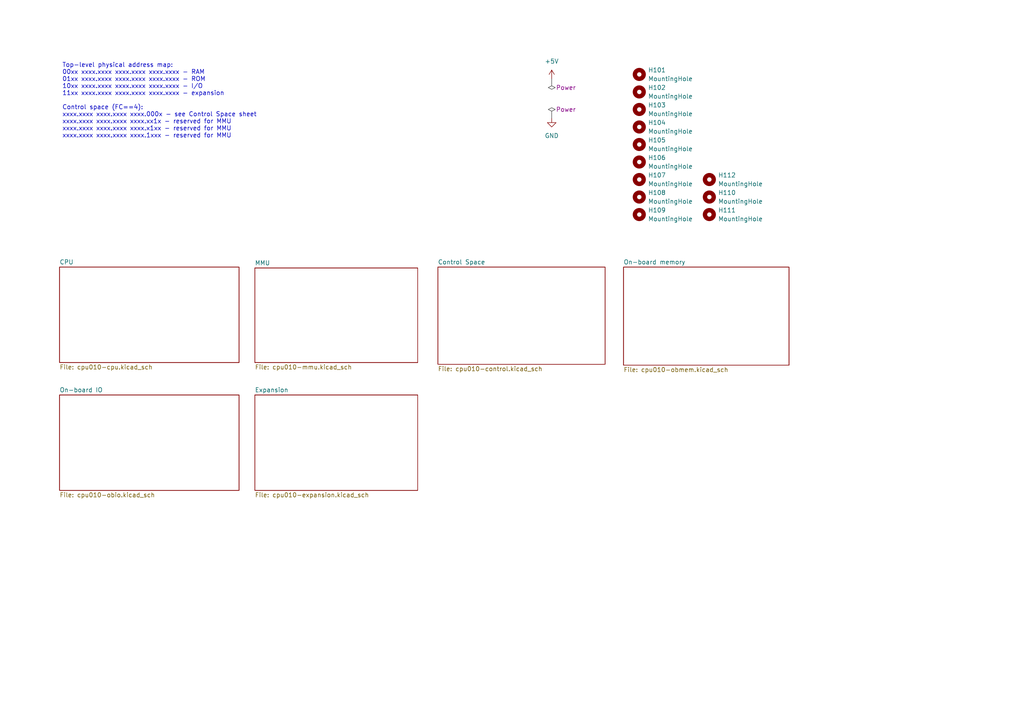
<source format=kicad_sch>
(kicad_sch (version 20250114) (generator "eeschema") (generator_version "9.0")
  (paper "A4")
  (lib_symbols
    (symbol "Mechanical:MountingHole" (pin_names (offset 1.016)) (in_bom no)
      (property "Reference" "H" (at 0 5.08 0))
      (property "Value" "MountingHole" (at 0 3.175 0))
      (symbol "MountingHole_0_1"
        (circle (center 0 0) (radius 1.27) (stroke (width 1.27)))
      )
    )
    (symbol "power:+5V" (power) (pin_numbers (hide yes)) (pin_names (offset 0) (hide yes))
      (property "Value" "+5V" (at 0 3.556 0))
      (symbol "+5V_0_1"
        (polyline (pts (xy -0.762 1.27) (xy 0 2.54)))
        (polyline (pts (xy 0 2.54) (xy 0.762 1.27)))
        (polyline (pts (xy 0 0) (xy 0 2.54)))
      )
      (symbol "+5V_1_1"
        (pin power_in line (at 0 0 90) (length 0) (name "~") (number "1"))
      )
    )
    (symbol "power:GND" (power) (pin_numbers (hide yes)) (pin_names (offset 0) (hide yes))
      (property "Value" "GND" (at 0 -3.81 0))
      (symbol "GND_0_1"
        (polyline (pts (xy 0 0) (xy 0 -1.27) (xy 1.27 -1.27) (xy 0 -2.54) (xy -1.27 -1.27) (xy 0 -1.27)))
      )
      (symbol "GND_1_1"
        (pin power_in line (at 0 0 270) (length 0) (name "~") (number "1"))
      )
    )
  )
  (text "Top-level physical address map:\n00xx xxxx.xxxx xxxx.xxxx xxxx.xxxx - RAM\n01xx xxxx.xxxx xxxx.xxxx xxxx.xxxx - ROM\n10xx xxxx.xxxx xxxx.xxxx xxxx.xxxx - I/O\n11xx xxxx.xxxx xxxx.xxxx xxxx.xxxx - expansion\n\nControl space (FC==4):\nxxxx.xxxx xxxx.xxxx xxxx.000x - see Control Space sheet\nxxxx.xxxx xxxx.xxxx xxxx.xx1x - reserved for MMU\nxxxx.xxxx xxxx.xxxx xxxx.x1xx - reserved for MMU\nxxxx.xxxx xxxx.xxxx xxxx.1xxx - reserved for MMU" (at 18.034 29.21 0) (effects (font (size 1.27 1.27)) (justify left)))
  (netclass_flag "" (length 2.54) (shape diamond) (at 160.02 34.29 0) (property "Netclass" "Power" (at 161.2265 31.75 0) (effects (justify left))))
  (netclass_flag "" (length 2.54) (shape diamond) (at 160.02 22.86 180) (property "Netclass" "Power" (at 161.2265 25.4 0) (effects (justify left))))
  (symbol (lib_id "Mechanical:MountingHole") (at 185.42 52.07 0) (unit 1) (in_bom no)
    (property "Reference" "H107" (at 187.96 50.7999 0) (effects (justify left)))
    (property "Value" "MountingHole" (at 187.96 53.3399 0) (effects (justify left)))
    (property "Footprint" "MountingHole:MountingHole_3.2mm_M3" (effects (hide yes)))
    (property "Description" "Mounting Hole without connection" (effects (hide yes)))
  )
  (symbol (lib_id "Mechanical:MountingHole") (at 185.42 31.75 0) (unit 1) (in_bom no)
    (property "Reference" "H103" (at 187.96 30.4799 0) (effects (justify left)))
    (property "Value" "MountingHole" (at 187.96 33.0199 0) (effects (justify left)))
    (property "Footprint" "MountingHole:MountingHole_3.2mm_M3" (effects (hide yes)))
    (property "Description" "Mounting Hole without connection" (effects (hide yes)))
  )
  (symbol (lib_id "Mechanical:MountingHole") (at 185.42 36.83 0) (unit 1) (in_bom no)
    (property "Reference" "H104" (at 187.96 35.5599 0) (effects (justify left)))
    (property "Value" "MountingHole" (at 187.96 38.0999 0) (effects (justify left)))
    (property "Footprint" "MountingHole:MountingHole_3.2mm_M3" (effects (hide yes)))
    (property "Description" "Mounting Hole without connection" (effects (hide yes)))
  )
  (symbol (lib_id "Mechanical:MountingHole") (at 205.74 52.07 0) (unit 1) (in_bom no)
    (property "Reference" "H112" (at 208.28 50.7999 0) (effects (justify left)))
    (property "Value" "MountingHole" (at 208.28 53.3399 0) (effects (justify left)))
    (property "Footprint" "MountingHole:MountingHole_3.2mm_M3" (effects (hide yes)))
    (property "Description" "Mounting Hole without connection" (effects (hide yes)))
  )
  (symbol (lib_id "Mechanical:MountingHole") (at 185.42 41.91 0) (unit 1) (in_bom no)
    (property "Reference" "H105" (at 187.96 40.6399 0) (effects (justify left)))
    (property "Value" "MountingHole" (at 187.96 43.1799 0) (effects (justify left)))
    (property "Footprint" "MountingHole:MountingHole_3.2mm_M3" (effects (hide yes)))
    (property "Description" "Mounting Hole without connection" (effects (hide yes)))
  )
  (symbol (lib_id "Mechanical:MountingHole") (at 185.42 26.67 0) (unit 1) (in_bom no)
    (property "Reference" "H102" (at 187.96 25.3999 0) (effects (justify left)))
    (property "Value" "MountingHole" (at 187.96 27.9399 0) (effects (justify left)))
    (property "Footprint" "MountingHole:MountingHole_3.2mm_M3" (effects (hide yes)))
    (property "Description" "Mounting Hole without connection" (effects (hide yes)))
  )
  (symbol (lib_id "Mechanical:MountingHole") (at 185.42 57.15 0) (unit 1) (in_bom no)
    (property "Reference" "H108" (at 187.96 55.8799 0) (effects (justify left)))
    (property "Value" "MountingHole" (at 187.96 58.4199 0) (effects (justify left)))
    (property "Footprint" "MountingHole:MountingHole_3.2mm_M3" (effects (hide yes)))
    (property "Description" "Mounting Hole without connection" (effects (hide yes)))
  )
  (symbol (lib_id "Mechanical:MountingHole") (at 185.42 21.59 0) (unit 1) (in_bom no)
    (property "Reference" "H101" (at 187.96 20.3199 0) (effects (justify left)))
    (property "Value" "MountingHole" (at 187.96 22.8599 0) (effects (justify left)))
    (property "Footprint" "MountingHole:MountingHole_3.2mm_M3" (effects (hide yes)))
    (property "Description" "Mounting Hole without connection" (effects (hide yes)))
  )
  (symbol (lib_id "Mechanical:MountingHole") (at 185.42 46.99 0) (unit 1) (in_bom no)
    (property "Reference" "H106" (at 187.96 45.7199 0) (effects (justify left)))
    (property "Value" "MountingHole" (at 187.96 48.2599 0) (effects (justify left)))
    (property "Footprint" "MountingHole:MountingHole_3.2mm_M3" (effects (hide yes)))
    (property "Description" "Mounting Hole without connection" (effects (hide yes)))
  )
  (symbol (lib_id "Mechanical:MountingHole") (at 205.74 57.15 0) (unit 1) (in_bom no)
    (property "Reference" "H110" (at 208.28 55.8799 0) (effects (justify left)))
    (property "Value" "MountingHole" (at 208.28 58.4199 0) (effects (justify left)))
    (property "Footprint" "MountingHole:MountingHole_3.2mm_M3" (effects (hide yes)))
    (property "Description" "Mounting Hole without connection" (effects (hide yes)))
  )
  (symbol (lib_id "power:+5V") (at 160.02 22.86 0) (unit 1)
    (property "Reference" "#PWR0105" (effects (hide yes)))
    (property "Value" "+5V" (at 160.02 17.78 0))
    (property "Description" "Power symbol creates a global label with name \"+5V\"" (effects (hide yes)))
  )
  (symbol (lib_id "Mechanical:MountingHole") (at 185.42 62.23 0) (unit 1) (in_bom no)
    (property "Reference" "H109" (at 187.96 60.9599 0) (effects (justify left)))
    (property "Value" "MountingHole" (at 187.96 63.4999 0) (effects (justify left)))
    (property "Footprint" "MountingHole:MountingHole_3.2mm_M3" (effects (hide yes)))
    (property "Description" "Mounting Hole without connection" (effects (hide yes)))
  )
  (symbol (lib_id "Mechanical:MountingHole") (at 205.74 62.23 0) (unit 1) (in_bom no)
    (property "Reference" "H111" (at 208.28 60.9599 0) (effects (justify left)))
    (property "Value" "MountingHole" (at 208.28 63.4999 0) (effects (justify left)))
    (property "Footprint" "MountingHole:MountingHole_3.2mm_M3" (effects (hide yes)))
    (property "Description" "Mounting Hole without connection" (effects (hide yes)))
  )
  (symbol (lib_id "power:GND") (at 160.02 34.29 0) (unit 1)
    (property "Reference" "#PWR0106" (effects (hide yes)))
    (property "Value" "GND" (at 160.02 39.37 0))
    (property "Description" "Power symbol creates a global label with name \"GND\" , ground" (effects (hide yes)))
  )
  (sheet (at 17.272 77.47) (size 52.07 27.686) (stroke (width 0.1524))
    (property "Sheetname" "CPU" (at 17.272 76.7584 0) (effects (justify left bottom)))
    (property "Sheetfile" "cpu010-cpu.kicad_sch" (at 17.272 105.7406 0) (effects (justify left top)))
  )
  (sheet (at 180.848 77.47) (size 48.006 28.448) (stroke (width 0.1524))
    (property "Sheetname" "On-board memory" (at 180.848 76.7584 0) (effects (justify left bottom)))
    (property "Sheetfile" "cpu010-obmem.kicad_sch" (at 180.848 106.5026 0) (effects (justify left top)))
  )
  (sheet (at 127 77.47) (size 48.514 28.194) (stroke (width 0.1524))
    (property "Sheetname" "Control Space" (at 127 76.7584 0) (effects (justify left bottom)))
    (property "Sheetfile" "cpu010-control.kicad_sch" (at 127 106.2486 0) (effects (justify left top)))
  )
  (sheet (at 73.914 114.554) (size 47.244 27.686) (stroke (width 0.1524))
    (property "Sheetname" "Expansion" (at 73.914 113.8424 0) (effects (justify left bottom)))
    (property "Sheetfile" "cpu010-expansion.kicad_sch" (at 73.914 142.8246 0) (effects (justify left top)))
  )
  (sheet (at 73.914 77.724) (size 47.244 27.432) (stroke (width 0.1524))
    (property "Sheetname" "MMU" (at 73.914 77.0124 0) (effects (justify left bottom)))
    (property "Sheetfile" "cpu010-mmu.kicad_sch" (at 73.914 105.7406 0) (effects (justify left top)))
  )
  (sheet (at 17.272 114.554) (size 52.07 27.686) (stroke (width 0.1524))
    (property "Sheetname" "On-board IO" (at 17.272 113.8424 0) (effects (justify left bottom)))
    (property "Sheetfile" "cpu010-obio.kicad_sch" (at 17.272 142.8246 0) (effects (justify left top)))
  )
)
</source>
